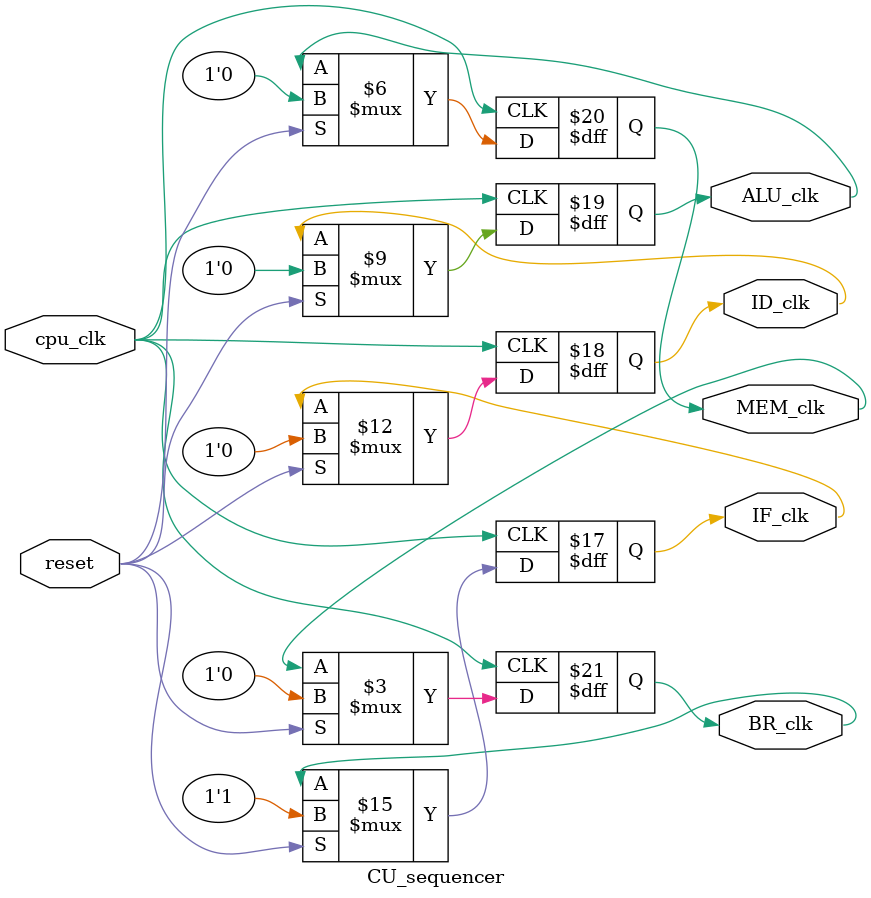
<source format=v>
module CU_sequencer(cpu_clk, reset, IF_clk, ID_clk, ALU_clk, MEM_clk, BR_clk);

  input cpu_clk, reset;
  output IF_clk, ID_clk, ALU_clk, MEM_clk, BR_clk;
  reg IF_clk, ID_clk, ALU_clk, MEM_clk, BR_clk;

  always @ (posedge cpu_clk) begin
    if(reset) begin
      IF_clk <= 1;
      ID_clk <= 0;
      ALU_clk <= 0;
      MEM_clk <= 0;
      BR_clk <= 0;
    end else begin
      IF_clk <= BR_clk;
      ID_clk <= IF_clk;
      ALU_clk <= ID_clk;
      MEM_clk <= ALU_clk;
      BR_clk <= MEM_clk;
    end
  end

endmodule

</source>
